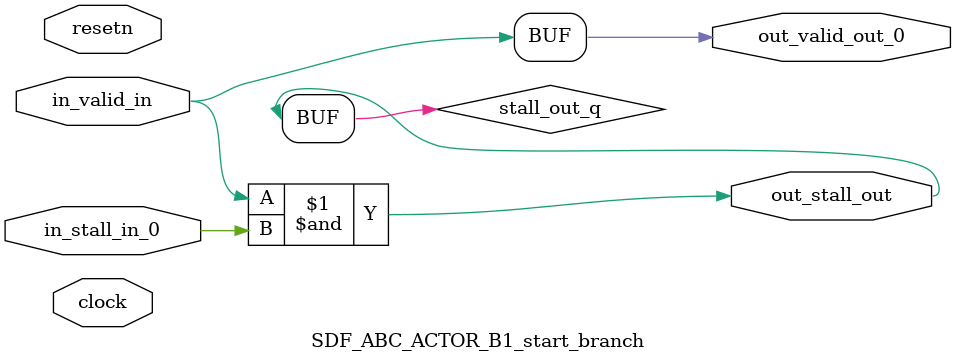
<source format=sv>



(* altera_attribute = "-name AUTO_SHIFT_REGISTER_RECOGNITION OFF; -name MESSAGE_DISABLE 10036; -name MESSAGE_DISABLE 10037; -name MESSAGE_DISABLE 14130; -name MESSAGE_DISABLE 14320; -name MESSAGE_DISABLE 15400; -name MESSAGE_DISABLE 14130; -name MESSAGE_DISABLE 10036; -name MESSAGE_DISABLE 12020; -name MESSAGE_DISABLE 12030; -name MESSAGE_DISABLE 12010; -name MESSAGE_DISABLE 12110; -name MESSAGE_DISABLE 14320; -name MESSAGE_DISABLE 13410; -name MESSAGE_DISABLE 113007; -name MESSAGE_DISABLE 10958" *)
module SDF_ABC_ACTOR_B1_start_branch (
    input wire [0:0] in_stall_in_0,
    input wire [0:0] in_valid_in,
    output wire [0:0] out_stall_out,
    output wire [0:0] out_valid_out_0,
    input wire clock,
    input wire resetn
    );

    wire [0:0] stall_out_q;


    // stall_out(LOGICAL,6)
    assign stall_out_q = in_valid_in & in_stall_in_0;

    // out_stall_out(GPOUT,4)
    assign out_stall_out = stall_out_q;

    // out_valid_out_0(GPOUT,5)
    assign out_valid_out_0 = in_valid_in;

endmodule

</source>
